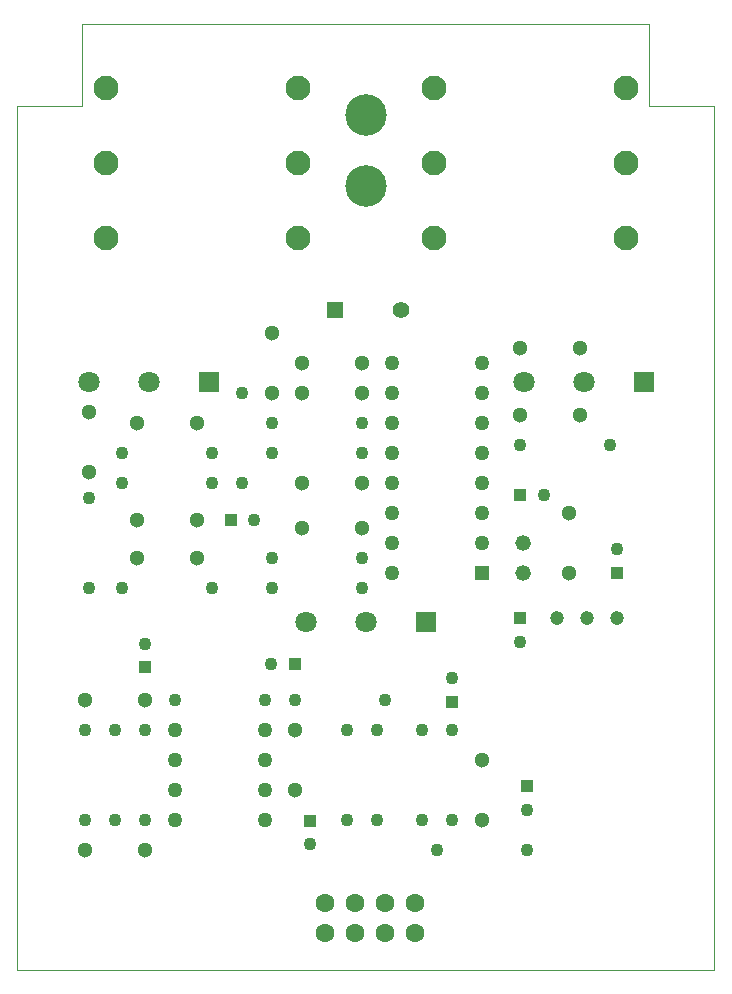
<source format=gts>
G75*
%MOIN*%
%OFA0B0*%
%FSLAX25Y25*%
%IPPOS*%
%LPD*%
%AMOC8*
5,1,8,0,0,1.08239X$1,22.5*
%
%ADD10R,0.07087X0.07087*%
%ADD11C,0.07087*%
%ADD12C,0.08268*%
%ADD13C,0.05512*%
%ADD14R,0.05512X0.05512*%
%ADD15R,0.04331X0.04331*%
%ADD16C,0.04331*%
%ADD17C,0.13843*%
%ADD18C,0.06299*%
%ADD19C,0.05118*%
%ADD20C,0.04700*%
%ADD21C,0.05000*%
%ADD22R,0.05000X0.05000*%
%ADD23C,0.05200*%
%ADD24C,0.00000*%
D10*
X0141250Y0151063D03*
X0213750Y0231063D03*
X0068750Y0231063D03*
D11*
X0048750Y0231063D03*
X0028750Y0231063D03*
X0101250Y0151063D03*
X0121250Y0151063D03*
X0173750Y0231063D03*
X0193750Y0231063D03*
D12*
X0207699Y0279250D03*
X0207699Y0304250D03*
X0207699Y0329250D03*
X0143801Y0329250D03*
X0143801Y0304250D03*
X0143801Y0279250D03*
X0098449Y0279250D03*
X0098449Y0304250D03*
X0098449Y0329250D03*
X0034551Y0329250D03*
X0034551Y0304250D03*
X0034551Y0279250D03*
D13*
X0132750Y0255000D03*
D14*
X0111000Y0255000D03*
D15*
X0076060Y0185000D03*
X0097430Y0137245D03*
X0102505Y0084930D03*
X0150000Y0124560D03*
X0172505Y0152430D03*
X0172570Y0193505D03*
X0204995Y0167570D03*
X0175000Y0096440D03*
X0047500Y0136060D03*
D16*
X0047500Y0143940D03*
X0040000Y0162500D03*
X0028750Y0162500D03*
X0028750Y0192500D03*
X0040000Y0197500D03*
X0040000Y0207500D03*
X0070000Y0207500D03*
X0070000Y0197500D03*
X0080000Y0197500D03*
X0083940Y0185000D03*
X0090000Y0172500D03*
X0090000Y0162500D03*
X0089570Y0137248D03*
X0087500Y0125000D03*
X0097500Y0125000D03*
X0115000Y0115000D03*
X0125000Y0115000D03*
X0127500Y0125000D03*
X0140000Y0115000D03*
X0150000Y0115000D03*
X0150000Y0132440D03*
X0172502Y0144570D03*
X0204998Y0175430D03*
X0180430Y0193502D03*
X0172500Y0210000D03*
X0202500Y0210000D03*
X0120000Y0207500D03*
X0120000Y0217500D03*
X0120000Y0172500D03*
X0120000Y0162500D03*
X0090000Y0207500D03*
X0090000Y0217500D03*
X0080000Y0227500D03*
X0070000Y0162500D03*
X0057500Y0125000D03*
X0047500Y0115000D03*
X0037500Y0115000D03*
X0027500Y0115000D03*
X0027500Y0085000D03*
X0037500Y0085000D03*
X0047500Y0085000D03*
X0102502Y0077070D03*
X0115000Y0085000D03*
X0125000Y0085000D03*
X0140000Y0085000D03*
X0145000Y0075000D03*
X0150000Y0085000D03*
X0175000Y0088560D03*
X0175000Y0075000D03*
D17*
X0121250Y0296563D03*
X0121250Y0320185D03*
D18*
X0117500Y0057500D03*
X0117500Y0047500D03*
X0127500Y0047500D03*
X0127500Y0057500D03*
X0137500Y0057500D03*
X0137500Y0047500D03*
X0107500Y0047500D03*
X0107500Y0057500D03*
D19*
X0097500Y0095000D03*
X0097500Y0115000D03*
X0065000Y0172500D03*
X0065000Y0185000D03*
X0045000Y0185000D03*
X0045000Y0172500D03*
X0028750Y0201250D03*
X0028750Y0221250D03*
X0045000Y0217500D03*
X0065000Y0217500D03*
X0090000Y0227500D03*
X0100000Y0227500D03*
X0100000Y0237500D03*
X0090000Y0247500D03*
X0120000Y0237500D03*
X0120000Y0227500D03*
X0120000Y0197500D03*
X0120000Y0182500D03*
X0100000Y0182500D03*
X0100000Y0197500D03*
X0047500Y0125000D03*
X0027500Y0125000D03*
X0027500Y0075000D03*
X0047500Y0075000D03*
X0160000Y0085000D03*
X0160000Y0105000D03*
X0188750Y0167500D03*
X0188750Y0187500D03*
X0192500Y0220000D03*
X0192500Y0242500D03*
X0172500Y0242500D03*
X0172500Y0220000D03*
D20*
X0185000Y0152500D03*
X0195000Y0152500D03*
X0205000Y0152500D03*
D21*
X0160000Y0177500D03*
X0160000Y0187500D03*
X0160000Y0197500D03*
X0160000Y0207500D03*
X0160000Y0217500D03*
X0160000Y0227500D03*
X0160000Y0237500D03*
X0130000Y0237500D03*
X0130000Y0227500D03*
X0130000Y0217500D03*
X0130000Y0207500D03*
X0130000Y0197500D03*
X0130000Y0187500D03*
X0130000Y0177500D03*
X0130000Y0167500D03*
X0087500Y0115000D03*
X0087500Y0105000D03*
X0087500Y0095000D03*
X0087500Y0085000D03*
X0057500Y0085000D03*
X0057500Y0095000D03*
X0057500Y0105000D03*
X0057500Y0115000D03*
D22*
X0160000Y0167500D03*
D23*
X0173500Y0167500D03*
X0173500Y0177500D03*
D24*
X0237283Y0035000D02*
X0005000Y0035000D01*
X0005000Y0323031D01*
X0026654Y0323031D01*
X0026654Y0350591D01*
X0215630Y0350591D01*
X0215630Y0323031D01*
X0237283Y0323031D01*
X0237283Y0035000D01*
M02*

</source>
